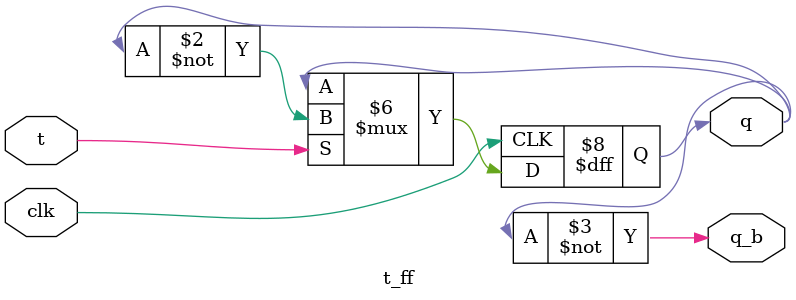
<source format=v>
`timescale 1ns / 1ps

module t_ff (
    input t,
    input clk,
    output reg q,
    output q_b
);
    initial q = 0;  // Optional: for simulation purposes

    always @(posedge clk)
     begin
        if (t)
            q <= ~q;
        else
            q <= q;  // Hold state
    end
    assign q_b = ~q;
endmodule


</source>
